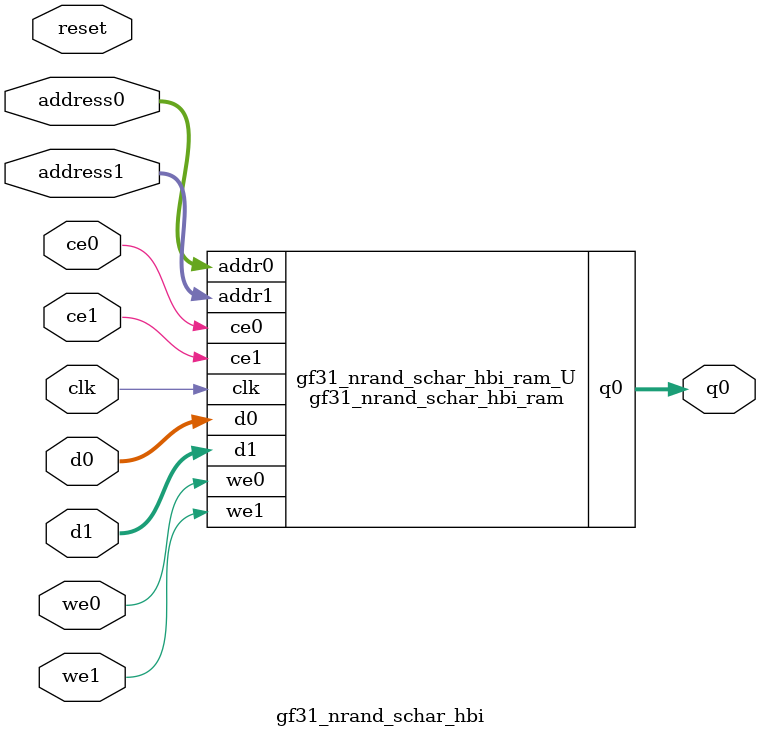
<source format=v>
`timescale 1 ns / 1 ps
module gf31_nrand_schar_hbi_ram (addr0, ce0, d0, we0, q0, addr1, ce1, d1, we1,  clk);

parameter DWIDTH = 8;
parameter AWIDTH = 8;
parameter MEM_SIZE = 136;

input[AWIDTH-1:0] addr0;
input ce0;
input[DWIDTH-1:0] d0;
input we0;
output reg[DWIDTH-1:0] q0;
input[AWIDTH-1:0] addr1;
input ce1;
input[DWIDTH-1:0] d1;
input we1;
input clk;

(* ram_style = "block" *)reg [DWIDTH-1:0] ram[0:MEM_SIZE-1];




always @(posedge clk)  
begin 
    if (ce0) begin
        if (we0) 
            ram[addr0] <= d0; 
        q0 <= ram[addr0];
    end
end


always @(posedge clk)  
begin 
    if (ce1) begin
        if (we1) 
            ram[addr1] <= d1; 
    end
end


endmodule

`timescale 1 ns / 1 ps
module gf31_nrand_schar_hbi(
    reset,
    clk,
    address0,
    ce0,
    we0,
    d0,
    q0,
    address1,
    ce1,
    we1,
    d1);

parameter DataWidth = 32'd8;
parameter AddressRange = 32'd136;
parameter AddressWidth = 32'd8;
input reset;
input clk;
input[AddressWidth - 1:0] address0;
input ce0;
input we0;
input[DataWidth - 1:0] d0;
output[DataWidth - 1:0] q0;
input[AddressWidth - 1:0] address1;
input ce1;
input we1;
input[DataWidth - 1:0] d1;



gf31_nrand_schar_hbi_ram gf31_nrand_schar_hbi_ram_U(
    .clk( clk ),
    .addr0( address0 ),
    .ce0( ce0 ),
    .we0( we0 ),
    .d0( d0 ),
    .q0( q0 ),
    .addr1( address1 ),
    .ce1( ce1 ),
    .we1( we1 ),
    .d1( d1 ));

endmodule


</source>
